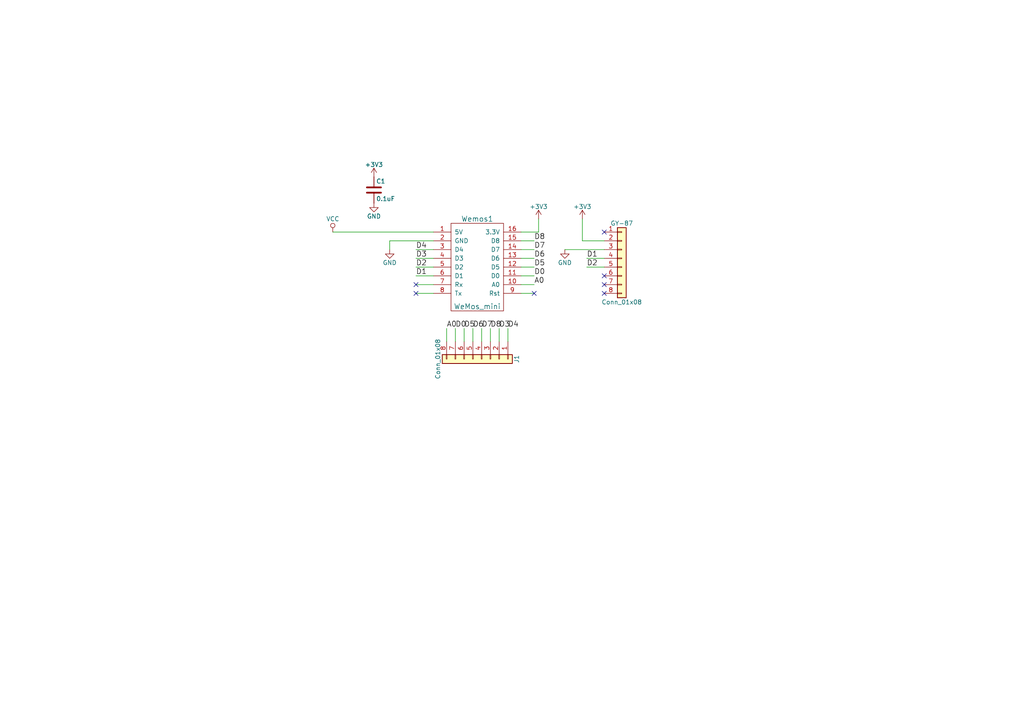
<source format=kicad_sch>
(kicad_sch (version 20230121) (generator eeschema)
  (paper "A4")
  (title_block (title "RocketCat") (date "2017-01-08") (rev "0.1") (company "Electronic Cats") (comment 1 "Alex"))
  (lib_symbols
    (symbol "RocketCat-rescue:+3.3V" (power) (pin_names (offset 0))
      (property "Value" "+3.3V" (at 0 3.556 0))
      (symbol "+3.3V_0_1"
        (polyline (pts (xy -0.762 1.27) (xy 0 2.54)))
        (polyline (pts (xy 0 0) (xy 0 2.54)))
        (polyline (pts (xy 0 2.54) (xy 0.762 1.27)))
      )
      (symbol "+3.3V_1_1"
        (pin power_in line (at 0 0 90) (length 0) hide (name "+3V3") (number "1"))
      )
    )
    (symbol "RocketCat-rescue:C" (pin_numbers hide) (pin_names (offset 0.254))
      (property "Reference" "C" (at 0.635 2.54 0))
      (property "Value" "C" (at 0.635 -2.54 0))
      (symbol "C_0_1"
        (polyline (pts (xy -2.032 -0.762) (xy 2.032 -0.762)) (stroke (width 0.508)))
        (polyline (pts (xy -2.032 0.762) (xy 2.032 0.762)) (stroke (width 0.508)))
      )
      (symbol "C_1_1"
        (pin passive line (at 0 3.81 270) (length 2.794) (name "~") (number "1"))
        (pin passive line (at 0 -3.81 90) (length 2.794) (name "~") (number "2"))
      )
    )
    (symbol "RocketCat-rescue:Conn_01x08" (pin_names (offset 1.016) hide)
      (property "Reference" "J" (at 0 10.16 0))
      (property "Value" "Conn_01x08" (at 0 -12.7 0))
      (symbol "Conn_01x08_1_1"
        (rectangle (start -1.27 -10.033) (end 0 -10.287) (stroke (width 0.1524)))
        (rectangle (start -1.27 -7.493) (end 0 -7.747) (stroke (width 0.1524)))
        (rectangle (start -1.27 -4.953) (end 0 -5.207) (stroke (width 0.1524)))
        (rectangle (start -1.27 -2.413) (end 0 -2.667) (stroke (width 0.1524)))
        (rectangle (start -1.27 0.127) (end 0 -0.127) (stroke (width 0.1524)))
        (rectangle (start -1.27 2.667) (end 0 2.413) (stroke (width 0.1524)))
        (rectangle (start -1.27 5.207) (end 0 4.953) (stroke (width 0.1524)))
        (rectangle (start -1.27 7.747) (end 0 7.493) (stroke (width 0.1524)))
        (rectangle (start -1.27 8.89) (end 1.27 -11.43) (stroke (width 0.254)) (fill (type background)))
        (pin passive line (at -5.08 7.62 0) (length 3.81) (name "Pin_1") (number "1"))
        (pin passive line (at -5.08 5.08 0) (length 3.81) (name "Pin_2") (number "2"))
        (pin passive line (at -5.08 2.54 0) (length 3.81) (name "Pin_3") (number "3"))
        (pin passive line (at -5.08 0 0) (length 3.81) (name "Pin_4") (number "4"))
        (pin passive line (at -5.08 -2.54 0) (length 3.81) (name "Pin_5") (number "5"))
        (pin passive line (at -5.08 -5.08 0) (length 3.81) (name "Pin_6") (number "6"))
        (pin passive line (at -5.08 -7.62 0) (length 3.81) (name "Pin_7") (number "7"))
        (pin passive line (at -5.08 -10.16 0) (length 3.81) (name "Pin_8") (number "8"))
      )
    )
    (symbol "RocketCat-rescue:GND" (power) (pin_names (offset 0))
      (property "Value" "GND" (at 0 -3.81 0))
      (symbol "GND_0_1"
        (polyline (pts (xy 0 0) (xy 0 -1.27) (xy 1.27 -1.27) (xy 0 -2.54) (xy -1.27 -1.27) (xy 0 -1.27)))
      )
      (symbol "GND_1_1"
        (pin power_in line (at 0 0 270) (length 0) hide (name "GND") (number "1"))
      )
    )
    (symbol "RocketCat-rescue:VCC" (power) (pin_names (offset 0))
      (property "Value" "VCC" (at 0 3.81 0))
      (symbol "VCC_0_1"
        (polyline (pts (xy 0 0) (xy 0 1.27)))
        (circle (center 0 1.905) (radius 0.635))
      )
      (symbol "VCC_1_1"
        (pin power_in line (at 0 0 90) (length 0) hide (name "VCC") (number "1"))
      )
    )
    (symbol "RocketCat-rescue:WeMos_mini" (pin_names (offset 1.016))
      (property "Reference" "U" (at 0 12.7 0))
      (property "Value" "WeMos_mini" (at 0 -12.7 0))
      (symbol "WeMos_mini_0_1"
        (rectangle (start -7.62 11.43) (end 7.62 -13.97))
      )
      (symbol "WeMos_mini_1_1"
        (pin power_in line (at -12.7 8.89 0) (length 5.08) (name "5V") (number "1"))
        (pin bidirectional line (at 12.7 -6.35 180) (length 5.08) (name "A0") (number "10"))
        (pin bidirectional line (at 12.7 -3.81 180) (length 5.08) (name "D0") (number "11"))
        (pin bidirectional line (at 12.7 -1.27 180) (length 5.08) (name "D5") (number "12"))
        (pin bidirectional line (at 12.7 1.27 180) (length 5.08) (name "D6") (number "13"))
        (pin bidirectional line (at 12.7 3.81 180) (length 5.08) (name "D7") (number "14"))
        (pin bidirectional line (at 12.7 6.35 180) (length 5.08) (name "D8") (number "15"))
        (pin power_out line (at 12.7 8.89 180) (length 5.08) (name "3.3V") (number "16"))
        (pin power_in line (at -12.7 6.35 0) (length 5.08) (name "GND") (number "2"))
        (pin bidirectional line (at -12.7 3.81 0) (length 5.08) (name "D4") (number "3"))
        (pin bidirectional line (at -12.7 1.27 0) (length 5.08) (name "D3") (number "4"))
        (pin bidirectional line (at -12.7 -1.27 0) (length 5.08) (name "D2") (number "5"))
        (pin bidirectional line (at -12.7 -3.81 0) (length 5.08) (name "D1") (number "6"))
        (pin bidirectional line (at -12.7 -6.35 0) (length 5.08) (name "Rx") (number "7"))
        (pin bidirectional line (at -12.7 -8.89 0) (length 5.08) (name "Tx") (number "8"))
        (pin bidirectional line (at 12.7 -8.89 180) (length 5.08) (name "Rst") (number "9"))
      )
    )
  )
  (no_connect (at 175.26 82.55))
  (no_connect (at 175.26 67.31))
  (no_connect (at 175.26 85.09))
  (no_connect (at 120.65 85.09))
  (no_connect (at 154.94 85.09))
  (no_connect (at 175.26 80.01))
  (no_connect (at 120.65 82.55))
  (wire (pts (xy 151.13 72.39) (xy 154.94 72.39)))
  (wire (pts (xy 125.73 74.93) (xy 120.65 74.93)))
  (wire (pts (xy 147.32 99.06) (xy 147.32 95.25)))
  (wire (pts (xy 125.73 82.55) (xy 120.65 82.55)))
  (wire (pts (xy 125.73 80.01) (xy 120.65 80.01)))
  (wire (pts (xy 137.16 99.06) (xy 137.16 95.25)))
  (wire (pts (xy 132.08 99.06) (xy 132.08 95.25)))
  (wire (pts (xy 151.13 80.01) (xy 154.94 80.01)))
  (wire (pts (xy 144.78 99.06) (xy 144.78 95.25)))
  (wire (pts (xy 113.03 69.85) (xy 125.73 69.85)))
  (wire (pts (xy 151.13 69.85) (xy 154.94 69.85)))
  (wire (pts (xy 125.73 67.31) (xy 96.52 67.31)))
  (wire (pts (xy 125.73 85.09) (xy 120.65 85.09)))
  (wire (pts (xy 168.91 69.85) (xy 168.91 63.5)))
  (wire (pts (xy 151.13 82.55) (xy 154.94 82.55)))
  (wire (pts (xy 156.21 67.31) (xy 156.21 63.5)))
  (wire (pts (xy 151.13 74.93) (xy 154.94 74.93)))
  (wire (pts (xy 175.26 74.93) (xy 170.18 74.93)))
  (wire (pts (xy 151.13 85.09) (xy 154.94 85.09)))
  (wire (pts (xy 125.73 72.39) (xy 120.65 72.39)))
  (wire (pts (xy 139.7 99.06) (xy 139.7 95.25)))
  (wire (pts (xy 175.26 77.47) (xy 170.18 77.47)))
  (wire (pts (xy 151.13 77.47) (xy 154.94 77.47)))
  (wire (pts (xy 175.26 72.39) (xy 163.83 72.39)))
  (wire (pts (xy 113.03 69.85) (xy 113.03 72.39)))
  (wire (pts (xy 142.24 99.06) (xy 142.24 95.25)))
  (wire (pts (xy 134.62 99.06) (xy 134.62 95.25)))
  (wire (pts (xy 129.54 95.25) (xy 129.54 99.06)))
  (wire (pts (xy 175.26 69.85) (xy 168.91 69.85)))
  (wire (pts (xy 125.73 77.47) (xy 120.65 77.47)))
  (wire (pts (xy 151.13 67.31) (xy 156.21 67.31)))
  (label "D7" (at 154.94 72.39 0) (effects (font (size 1.524 1.524))))
  (label "D4" (at 147.32 95.25 0) (effects (font (size 1.524 1.524))))
  (label "D5" (at 134.62 95.25 0) (effects (font (size 1.524 1.524))))
  (label "D8" (at 154.94 69.85 0) (effects (font (size 1.524 1.524))))
  (label "D0" (at 154.94 80.01 0) (effects (font (size 1.524 1.524))))
  (label "D4" (at 120.65 72.39 0) (effects (font (size 1.524 1.524))))
  (label "D1" (at 120.65 80.01 0) (effects (font (size 1.524 1.524))))
  (label "A0" (at 129.54 95.25 0) (effects (font (size 1.524 1.524))))
  (label "D5" (at 154.94 77.47 0) (effects (font (size 1.524 1.524))))
  (label "D0" (at 132.08 95.25 0) (effects (font (size 1.524 1.524))))
  (label "D2" (at 120.65 77.47 0) (effects (font (size 1.524 1.524))))
  (label "D1" (at 170.18 74.93 0) (effects (font (size 1.524 1.524))))
  (label "D2" (at 170.18 77.47 0) (effects (font (size 1.524 1.524))))
  (label "D7" (at 139.7 95.25 0) (effects (font (size 1.524 1.524))))
  (label "D6" (at 137.16 95.25 0) (effects (font (size 1.524 1.524))))
  (label "A0" (at 154.94 82.55 0) (effects (font (size 1.524 1.524))))
  (label "D6" (at 154.94 74.93 0) (effects (font (size 1.524 1.524))))
  (label "D3" (at 144.78 95.25 0) (effects (font (size 1.524 1.524))))
  (label "D8" (at 142.24 95.25 0) (effects (font (size 1.524 1.524))))
  (label "D3" (at 120.65 74.93 0) (effects (font (size 1.524 1.524))))
  (symbol (lib_id "RocketCat-rescue:WeMos_mini") (at 138.43 76.2 0) (unit 1)
    (property "Reference" "Wemos1" (at 138.43 63.5 0) (effects (font (size 1.524 1.524))))
    (property "Value" "WeMos_mini" (at 138.43 88.9 0) (effects (font (size 1.524 1.524))))
    (property "Footprint" "wemos-d1-mini:wemos-d1-mini-connectors-only" (effects hide))
  )
  (symbol (lib_id "RocketCat-rescue:Conn_01x08") (at 180.34 74.93 0) (unit 1)
    (property "Reference" "GY-87" (at 180.34 64.77 0))
    (property "Value" "Conn_01x08" (at 180.34 87.63 0))
    (property "Footprint" "Socket_Strips:Socket_Strip_Straight_1x08_Pitch2.54mm" (effects hide))
  )
  (symbol (lib_id "RocketCat-rescue:+3.3V") (at 156.21 63.5 0) (unit 1)
    (property "Reference" "#PWR01" (effects hide))
    (property "Value" "+3.3V" (at 156.21 59.944 0))
  )
  (symbol (lib_id "RocketCat-rescue:GND") (at 113.03 72.39 0) (unit 1)
    (property "Reference" "#PWR02" (effects hide))
    (property "Value" "GND" (at 113.03 76.2 0))
  )
  (symbol (lib_id "RocketCat-rescue:+3.3V") (at 168.91 63.5 0) (unit 1)
    (property "Reference" "#PWR03" (effects hide))
    (property "Value" "+3.3V" (at 168.91 59.944 0))
  )
  (symbol (lib_id "RocketCat-rescue:GND") (at 163.83 72.39 0) (unit 1)
    (property "Reference" "#PWR04" (effects hide))
    (property "Value" "GND" (at 163.83 76.2 0))
  )
  (symbol (lib_id "RocketCat-rescue:Conn_01x08") (at 139.7 104.14 270) (unit 1)
    (property "Reference" "J1" (at 149.86 104.14 0))
    (property "Value" "Conn_01x08" (at 127 104.14 0))
    (property "Footprint" "Socket_Strips:Socket_Strip_Straight_1x08_Pitch2.54mm" (effects hide))
  )
  (symbol (lib_id "RocketCat-rescue:VCC") (at 96.52 67.31 0) (unit 1)
    (property "Reference" "#PWR05" (effects hide))
    (property "Value" "VCC" (at 96.52 63.5 0))
  )
  (symbol (lib_id "RocketCat-rescue:C") (at 108.458 55.118 0) (unit 1)
    (property "Reference" "C1" (at 109.093 52.578 0) (effects (justify left)))
    (property "Value" "0.1uF" (at 109.093 57.658 0) (effects (justify left)))
  )
  (symbol (lib_id "RocketCat-rescue:+3.3V") (at 108.458 51.308 0) (unit 1)
    (property "Reference" "#PWR?" (effects hide))
    (property "Value" "+3.3V" (at 108.458 47.752 0))
  )
  (symbol (lib_id "RocketCat-rescue:GND") (at 108.458 58.928 0) (unit 1)
    (property "Reference" "#PWR?" (effects hide))
    (property "Value" "GND" (at 108.458 62.738 0))
  )
)
</source>
